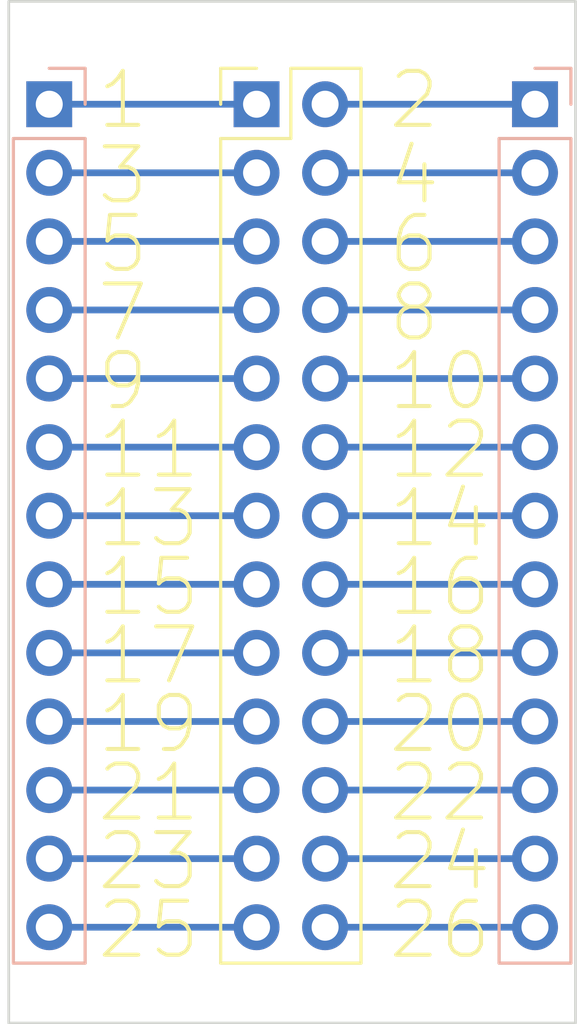
<source format=kicad_pcb>
(kicad_pcb (version 20221018) (generator pcbnew)
  (title_block (title "26pin. Header Breakout Board") (date "2023-09-26") (rev "1"))
  (layers (0 "F.Cu" signal) (31 "B.Cu" signal) (34 "B.Paste" user) (35 "F.Paste" user) (36 "B.SilkS" user "B.Silkscreen") (37 "F.SilkS" user "F.Silkscreen") (38 "B.Mask" user) (39 "F.Mask" user) (44 "Edge.Cuts" user))
  (net 0 "")
  (net 1 "1")
  (net 2 "2")
  (net 3 "3")
  (net 4 "4")
  (net 5 "5")
  (net 6 "6")
  (net 7 "7")
  (net 8 "8")
  (net 9 "9")
  (net 10 "10")
  (net 11 "11")
  (net 12 "12")
  (net 13 "13")
  (net 14 "14")
  (net 15 "15")
  (net 16 "16")
  (net 17 "17")
  (net 18 "18")
  (net 19 "19")
  (net 20 "20")
  (net 21 "21")
  (net 22 "22")
  (net 23 "23")
  (net 24 "24")
  (net 25 "25")
  (net 26 "26")
  (footprint "Connector_PinHeader_2.54mm:PinHeader_2x13_P2.54mm_Vertical" (layer "F.Cu") (at 59.982 80.01)
    (fp_text reference "J1" hide)
    (fp_text value "Conn_01x26_Pin" hide)
    (fp_line (start -1.33 -1.33) (end 0 -1.33) (stroke (width 0.12)) (layer "F.SilkS"))
    (fp_line (start -1.33 0) (end -1.33 -1.33) (stroke (width 0.12)) (layer "F.SilkS"))
    (fp_line (start -1.33 1.27) (end -1.33 31.81) (stroke (width 0.12)) (layer "F.SilkS"))
    (fp_line (start -1.33 1.27) (end 1.27 1.27) (stroke (width 0.12)) (layer "F.SilkS"))
    (fp_line (start -1.33 31.81) (end 3.87 31.81) (stroke (width 0.12)) (layer "F.SilkS"))
    (fp_line (start 1.27 -1.33) (end 3.87 -1.33) (stroke (width 0.12)) (layer "F.SilkS"))
    (fp_line (start 1.27 1.27) (end 1.27 -1.33) (stroke (width 0.12)) (layer "F.SilkS"))
    (fp_line (start 3.87 -1.33) (end 3.87 31.81) (stroke (width 0.12)) (layer "F.SilkS"))
    (pad "1" thru_hole rect (at 0 0) (size 1.7 1.7) (drill 1) (layers "*.Cu" "*.Mask") (net 1 "1"))
    (pad "2" thru_hole oval (at 2.54 0) (size 1.7 1.7) (drill 1) (layers "*.Cu" "*.Mask") (net 2 "2"))
    (pad "3" thru_hole oval (at 0 2.54) (size 1.7 1.7) (drill 1) (layers "*.Cu" "*.Mask") (net 3 "3"))
    (pad "4" thru_hole oval (at 2.54 2.54) (size 1.7 1.7) (drill 1) (layers "*.Cu" "*.Mask") (net 4 "4"))
    (pad "5" thru_hole oval (at 0 5.08) (size 1.7 1.7) (drill 1) (layers "*.Cu" "*.Mask") (net 5 "5"))
    (pad "6" thru_hole oval (at 2.54 5.08) (size 1.7 1.7) (drill 1) (layers "*.Cu" "*.Mask") (net 6 "6"))
    (pad "7" thru_hole oval (at 0 7.62) (size 1.7 1.7) (drill 1) (layers "*.Cu" "*.Mask") (net 7 "7"))
    (pad "8" thru_hole oval (at 2.54 7.62) (size 1.7 1.7) (drill 1) (layers "*.Cu" "*.Mask") (net 8 "8"))
    (pad "9" thru_hole oval (at 0 10.16) (size 1.7 1.7) (drill 1) (layers "*.Cu" "*.Mask") (net 9 "9"))
    (pad "10" thru_hole oval (at 2.54 10.16) (size 1.7 1.7) (drill 1) (layers "*.Cu" "*.Mask") (net 10 "10"))
    (pad "11" thru_hole oval (at 0 12.7) (size 1.7 1.7) (drill 1) (layers "*.Cu" "*.Mask") (net 11 "11"))
    (pad "12" thru_hole oval (at 2.54 12.7) (size 1.7 1.7) (drill 1) (layers "*.Cu" "*.Mask") (net 12 "12"))
    (pad "13" thru_hole oval (at 0 15.24) (size 1.7 1.7) (drill 1) (layers "*.Cu" "*.Mask") (net 13 "13"))
    (pad "14" thru_hole oval (at 2.54 15.24) (size 1.7 1.7) (drill 1) (layers "*.Cu" "*.Mask") (net 14 "14"))
    (pad "15" thru_hole oval (at 0 17.78) (size 1.7 1.7) (drill 1) (layers "*.Cu" "*.Mask") (net 15 "15"))
    (pad "16" thru_hole oval (at 2.54 17.78) (size 1.7 1.7) (drill 1) (layers "*.Cu" "*.Mask") (net 16 "16"))
    (pad "17" thru_hole oval (at 0 20.32) (size 1.7 1.7) (drill 1) (layers "*.Cu" "*.Mask") (net 17 "17"))
    (pad "18" thru_hole oval (at 2.54 20.32) (size 1.7 1.7) (drill 1) (layers "*.Cu" "*.Mask") (net 18 "18"))
    (pad "19" thru_hole oval (at 0 22.86) (size 1.7 1.7) (drill 1) (layers "*.Cu" "*.Mask") (net 19 "19"))
    (pad "20" thru_hole oval (at 2.54 22.86) (size 1.7 1.7) (drill 1) (layers "*.Cu" "*.Mask") (net 20 "20"))
    (pad "21" thru_hole oval (at 0 25.4) (size 1.7 1.7) (drill 1) (layers "*.Cu" "*.Mask") (net 21 "21"))
    (pad "22" thru_hole oval (at 2.54 25.4) (size 1.7 1.7) (drill 1) (layers "*.Cu" "*.Mask") (net 22 "22"))
    (pad "23" thru_hole oval (at 0 27.94) (size 1.7 1.7) (drill 1) (layers "*.Cu" "*.Mask") (net 23 "23"))
    (pad "24" thru_hole oval (at 2.54 27.94) (size 1.7 1.7) (drill 1) (layers "*.Cu" "*.Mask") (net 24 "24"))
    (pad "25" thru_hole oval (at 0 30.48) (size 1.7 1.7) (drill 1) (layers "*.Cu" "*.Mask") (net 25 "25"))
    (pad "26" thru_hole oval (at 2.54 30.48) (size 1.7 1.7) (drill 1) (layers "*.Cu" "*.Mask") (net 26 "26"))
  )
  (footprint "Connector_PinHeader_2.54mm:PinHeader_1x13_P2.54mm_Vertical" (layer "B.Cu") (at 70.3 80.01 180)
    (fp_text reference "J3" hide)
    (fp_text value "Conn_01x13_Pin" hide)
    (fp_line (start -1.33 -31.81) (end 1.33 -31.81) (stroke (width 0.12)) (layer "B.SilkS"))
    (fp_line (start -1.33 -1.27) (end -1.33 -31.81) (stroke (width 0.12)) (layer "B.SilkS"))
    (fp_line (start -1.33 -1.27) (end 1.33 -1.27) (stroke (width 0.12)) (layer "B.SilkS"))
    (fp_line (start -1.33 0) (end -1.33 1.33) (stroke (width 0.12)) (layer "B.SilkS"))
    (fp_line (start -1.33 1.33) (end 0 1.33) (stroke (width 0.12)) (layer "B.SilkS"))
    (fp_line (start 1.33 -1.27) (end 1.33 -31.81) (stroke (width 0.12)) (layer "B.SilkS"))
    (pad "1" thru_hole rect (at 0 0 180) (size 1.7 1.7) (drill 1) (layers "*.Cu" "*.Mask") (net 2 "2"))
    (pad "2" thru_hole oval (at 0 -2.54 180) (size 1.7 1.7) (drill 1) (layers "*.Cu" "*.Mask") (net 4 "4"))
    (pad "3" thru_hole oval (at 0 -5.08 180) (size 1.7 1.7) (drill 1) (layers "*.Cu" "*.Mask") (net 6 "6"))
    (pad "4" thru_hole oval (at 0 -7.62 180) (size 1.7 1.7) (drill 1) (layers "*.Cu" "*.Mask") (net 8 "8"))
    (pad "5" thru_hole oval (at 0 -10.16 180) (size 1.7 1.7) (drill 1) (layers "*.Cu" "*.Mask") (net 10 "10"))
    (pad "6" thru_hole oval (at 0 -12.7 180) (size 1.7 1.7) (drill 1) (layers "*.Cu" "*.Mask") (net 12 "12"))
    (pad "7" thru_hole oval (at 0 -15.24 180) (size 1.7 1.7) (drill 1) (layers "*.Cu" "*.Mask") (net 14 "14"))
    (pad "8" thru_hole oval (at 0 -17.78 180) (size 1.7 1.7) (drill 1) (layers "*.Cu" "*.Mask") (net 16 "16"))
    (pad "9" thru_hole oval (at 0 -20.32 180) (size 1.7 1.7) (drill 1) (layers "*.Cu" "*.Mask") (net 18 "18"))
    (pad "10" thru_hole oval (at 0 -22.86 180) (size 1.7 1.7) (drill 1) (layers "*.Cu" "*.Mask") (net 20 "20"))
    (pad "11" thru_hole oval (at 0 -25.4 180) (size 1.7 1.7) (drill 1) (layers "*.Cu" "*.Mask") (net 22 "22"))
    (pad "12" thru_hole oval (at 0 -27.94 180) (size 1.7 1.7) (drill 1) (layers "*.Cu" "*.Mask") (net 24 "24"))
    (pad "13" thru_hole oval (at 0 -30.48 180) (size 1.7 1.7) (drill 1) (layers "*.Cu" "*.Mask") (net 26 "26"))
  )
  (footprint "Connector_PinHeader_2.54mm:PinHeader_1x13_P2.54mm_Vertical" (layer "B.Cu") (at 52.3 80.01 180)
    (fp_text reference "J2" hide)
    (fp_text value "Conn_01x13_Pin" hide)
    (fp_line (start -1.33 -31.81) (end 1.33 -31.81) (stroke (width 0.12)) (layer "B.SilkS"))
    (fp_line (start -1.33 -1.27) (end -1.33 -31.81) (stroke (width 0.12)) (layer "B.SilkS"))
    (fp_line (start -1.33 -1.27) (end 1.33 -1.27) (stroke (width 0.12)) (layer "B.SilkS"))
    (fp_line (start -1.33 0) (end -1.33 1.33) (stroke (width 0.12)) (layer "B.SilkS"))
    (fp_line (start -1.33 1.33) (end 0 1.33) (stroke (width 0.12)) (layer "B.SilkS"))
    (fp_line (start 1.33 -1.27) (end 1.33 -31.81) (stroke (width 0.12)) (layer "B.SilkS"))
    (pad "1" thru_hole rect (at 0 0 180) (size 1.7 1.7) (drill 1) (layers "*.Cu" "*.Mask") (net 1 "1"))
    (pad "2" thru_hole oval (at 0 -2.54 180) (size 1.7 1.7) (drill 1) (layers "*.Cu" "*.Mask") (net 3 "3"))
    (pad "3" thru_hole oval (at 0 -5.08 180) (size 1.7 1.7) (drill 1) (layers "*.Cu" "*.Mask") (net 5 "5"))
    (pad "4" thru_hole oval (at 0 -7.62 180) (size 1.7 1.7) (drill 1) (layers "*.Cu" "*.Mask") (net 7 "7"))
    (pad "5" thru_hole oval (at 0 -10.16 180) (size 1.7 1.7) (drill 1) (layers "*.Cu" "*.Mask") (net 9 "9"))
    (pad "6" thru_hole oval (at 0 -12.7 180) (size 1.7 1.7) (drill 1) (layers "*.Cu" "*.Mask") (net 11 "11"))
    (pad "7" thru_hole oval (at 0 -15.24 180) (size 1.7 1.7) (drill 1) (layers "*.Cu" "*.Mask") (net 13 "13"))
    (pad "8" thru_hole oval (at 0 -17.78 180) (size 1.7 1.7) (drill 1) (layers "*.Cu" "*.Mask") (net 15 "15"))
    (pad "9" thru_hole oval (at 0 -20.32 180) (size 1.7 1.7) (drill 1) (layers "*.Cu" "*.Mask") (net 17 "17"))
    (pad "10" thru_hole oval (at 0 -22.86 180) (size 1.7 1.7) (drill 1) (layers "*.Cu" "*.Mask") (net 19 "19"))
    (pad "11" thru_hole oval (at 0 -25.4 180) (size 1.7 1.7) (drill 1) (layers "*.Cu" "*.Mask") (net 21 "21"))
    (pad "12" thru_hole oval (at 0 -27.94 180) (size 1.7 1.7) (drill 1) (layers "*.Cu" "*.Mask") (net 23 "23"))
    (pad "13" thru_hole oval (at 0 -30.48 180) (size 1.7 1.7) (drill 1) (layers "*.Cu" "*.Mask") (net 25 "25"))
  )
  (gr_rect (start 50.8 76.2) (end 71.8 114.04) (stroke (width 0.1)) (fill none) (layer "Edge.Cuts"))
  (gr_text "22" (at 64.77 106.68) (layer "F.SilkS") (effects (font (size 2 2)) (justify left bottom)))
  (gr_text "20" (at 64.77 104.14) (layer "F.SilkS") (effects (font (size 2 2)) (justify left bottom)))
  (gr_text "23" (at 53.975 109.22) (layer "F.SilkS") (effects (font (size 2 2)) (justify left bottom)))
  (gr_text "16" (at 64.77 99.06) (layer "F.SilkS") (effects (font (size 2 2)) (justify left bottom)))
  (gr_text "5" (at 53.975 86.36) (layer "F.SilkS") (effects (font (size 2 2)) (justify left bottom)))
  (gr_text "7" (at 53.975 88.9) (layer "F.SilkS") (effects (font (size 2 2)) (justify left bottom)))
  (gr_text "25" (at 53.975 111.76) (layer "F.SilkS") (effects (font (size 2 2)) (justify left bottom)))
  (gr_text "15" (at 53.975 99.06) (layer "F.SilkS") (effects (font (size 2 2)) (justify left bottom)))
  (gr_text "18" (at 64.77 101.6) (layer "F.SilkS") (effects (font (size 2 2)) (justify left bottom)))
  (gr_text "14" (at 64.77 96.52) (layer "F.SilkS") (effects (font (size 2 2)) (justify left bottom)))
  (gr_text "9" (at 53.975 91.44) (layer "F.SilkS") (effects (font (size 2 2)) (justify left bottom)))
  (gr_text "11" (at 53.975 93.98) (layer "F.SilkS") (effects (font (size 2 2)) (justify left bottom)))
  (gr_text "1" (at 53.975 81.026) (layer "F.SilkS") (effects (font (size 2 2)) (justify left bottom)))
  (gr_text "12" (at 64.77 93.98) (layer "F.SilkS") (effects (font (size 2 2)) (justify left bottom)))
  (gr_text "4" (at 64.77 83.82) (layer "F.SilkS") (effects (font (size 2 2)) (justify left bottom)))
  (gr_text "10" (at 64.77 91.44) (layer "F.SilkS") (effects (font (size 2 2)) (justify left bottom)))
  (gr_text "24" (at 64.77 109.22) (layer "F.SilkS") (effects (font (size 2 2)) (justify left bottom)))
  (gr_text "26" (at 64.77 111.76) (layer "F.SilkS") (effects (font (size 2 2)) (justify left bottom)))
  (gr_text "8" (at 64.77 88.9) (layer "F.SilkS") (effects (font (size 2 2)) (justify left bottom)))
  (gr_text "13" (at 53.975 96.52) (layer "F.SilkS") (effects (font (size 2 2)) (justify left bottom)))
  (gr_text "21" (at 53.975 106.68) (layer "F.SilkS") (effects (font (size 2 2)) (justify left bottom)))
  (gr_text "2" (at 64.77 81.026) (layer "F.SilkS") (effects (font (size 2 2)) (justify left bottom)))
  (gr_text "6" (at 64.77 86.36) (layer "F.SilkS") (effects (font (size 2 2)) (justify left bottom)))
  (gr_text "19" (at 53.975 104.14) (layer "F.SilkS") (effects (font (size 2 2)) (justify left bottom)))
  (gr_text "3" (at 53.975 83.82) (layer "F.SilkS") (effects (font (size 2 2)) (justify left bottom)))
  (gr_text "17" (at 53.975 101.6) (layer "F.SilkS") (effects (font (size 2 2)) (justify left bottom)))
  (segment (start 52.3 80.01) (end 59.982 80.01) (width 0.25) (layer "B.Cu") (net 1))
  (segment (start 62.522 80.01) (end 70.3 80.01) (width 0.25) (layer "B.Cu") (net 2))
  (segment (start 52.3 82.55) (end 59.982 82.55) (width 0.25) (layer "B.Cu") (net 3))
  (segment (start 62.522 82.55) (end 70.3 82.55) (width 0.25) (layer "B.Cu") (net 4))
  (segment (start 52.3 85.09) (end 59.982 85.09) (width 0.25) (layer "B.Cu") (net 5))
  (segment (start 62.522 85.09) (end 70.3 85.09) (width 0.25) (layer "B.Cu") (net 6))
  (segment (start 52.3 87.63) (end 59.982 87.63) (width 0.25) (layer "B.Cu") (net 7))
  (segment (start 62.522 87.63) (end 70.3 87.63) (width 0.25) (layer "B.Cu") (net 8))
  (segment (start 52.3 90.17) (end 59.982 90.17) (width 0.25) (layer "B.Cu") (net 9))
  (segment (start 62.522 90.17) (end 70.3 90.17) (width 0.25) (layer "B.Cu") (net 10))
  (segment (start 52.3 92.71) (end 59.982 92.71) (width 0.25) (layer "B.Cu") (net 11))
  (segment (start 62.522 92.71) (end 70.3 92.71) (width 0.25) (layer "B.Cu") (net 12))
  (segment (start 52.3 95.25) (end 59.982 95.25) (width 0.25) (layer "B.Cu") (net 13))
  (segment (start 62.522 95.25) (end 70.3 95.25) (width 0.25) (layer "B.Cu") (net 14))
  (segment (start 52.3 97.79) (end 59.982 97.79) (width 0.25) (layer "B.Cu") (net 15))
  (segment (start 62.522 97.79) (end 70.3 97.79) (width 0.25) (layer "B.Cu") (net 16))
  (segment (start 52.3 100.33) (end 59.982 100.33) (width 0.25) (layer "B.Cu") (net 17))
  (segment (start 62.522 100.33) (end 70.3 100.33) (width 0.25) (layer "B.Cu") (net 18))
  (segment (start 52.3 102.87) (end 59.982 102.87) (width 0.25) (layer "B.Cu") (net 19))
  (segment (start 62.522 102.87) (end 70.3 102.87) (width 0.25) (layer "B.Cu") (net 20))
  (segment (start 52.3 105.41) (end 59.982 105.41) (width 0.25) (layer "B.Cu") (net 21))
  (segment (start 62.522 105.41) (end 70.3 105.41) (width 0.25) (layer "B.Cu") (net 22))
  (segment (start 52.3 107.95) (end 59.982 107.95) (width 0.25) (layer "B.Cu") (net 23))
  (segment (start 62.522 107.95) (end 70.3 107.95) (width 0.25) (layer "B.Cu") (net 24))
  (segment (start 52.3 110.49) (end 59.982 110.49) (width 0.25) (layer "B.Cu") (net 25))
  (segment (start 62.522 110.49) (end 70.3 110.49) (width 0.25) (layer "B.Cu") (net 26))
)
</source>
